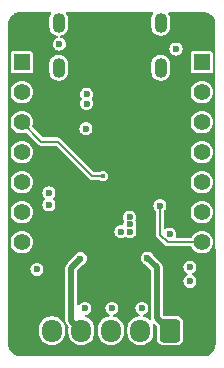
<source format=gbr>
%TF.GenerationSoftware,KiCad,Pcbnew,8.0.8*%
%TF.CreationDate,2025-03-27T14:33:37-07:00*%
%TF.ProjectId,pepper_stepper,70657070-6572-45f7-9374-65707065722e,rev?*%
%TF.SameCoordinates,Original*%
%TF.FileFunction,Copper,L2,Inr*%
%TF.FilePolarity,Positive*%
%FSLAX46Y46*%
G04 Gerber Fmt 4.6, Leading zero omitted, Abs format (unit mm)*
G04 Created by KiCad (PCBNEW 8.0.8) date 2025-03-27 14:33:37*
%MOMM*%
%LPD*%
G01*
G04 APERTURE LIST*
G04 Aperture macros list*
%AMRoundRect*
0 Rectangle with rounded corners*
0 $1 Rounding radius*
0 $2 $3 $4 $5 $6 $7 $8 $9 X,Y pos of 4 corners*
0 Add a 4 corners polygon primitive as box body*
4,1,4,$2,$3,$4,$5,$6,$7,$8,$9,$2,$3,0*
0 Add four circle primitives for the rounded corners*
1,1,$1+$1,$2,$3*
1,1,$1+$1,$4,$5*
1,1,$1+$1,$6,$7*
1,1,$1+$1,$8,$9*
0 Add four rect primitives between the rounded corners*
20,1,$1+$1,$2,$3,$4,$5,0*
20,1,$1+$1,$4,$5,$6,$7,0*
20,1,$1+$1,$6,$7,$8,$9,0*
20,1,$1+$1,$8,$9,$2,$3,0*%
G04 Aperture macros list end*
%TA.AperFunction,ComponentPad*%
%ADD10R,1.400000X1.400000*%
%TD*%
%TA.AperFunction,ComponentPad*%
%ADD11C,1.400000*%
%TD*%
%TA.AperFunction,ComponentPad*%
%ADD12RoundRect,0.250000X0.600000X0.725000X-0.600000X0.725000X-0.600000X-0.725000X0.600000X-0.725000X0*%
%TD*%
%TA.AperFunction,ComponentPad*%
%ADD13O,1.700000X1.950000*%
%TD*%
%TA.AperFunction,ComponentPad*%
%ADD14O,1.100000X1.700000*%
%TD*%
%TA.AperFunction,ViaPad*%
%ADD15C,0.600000*%
%TD*%
%TA.AperFunction,ViaPad*%
%ADD16C,0.400000*%
%TD*%
%TA.AperFunction,Conductor*%
%ADD17C,0.200000*%
%TD*%
%TA.AperFunction,Conductor*%
%ADD18C,0.500000*%
%TD*%
G04 APERTURE END LIST*
D10*
%TO.N,unconnected-(H1-Pad1)*%
%TO.C,H1*%
X101600000Y-43180000D03*
D11*
%TO.N,/INDEX*%
X101600000Y-45720000D03*
%TO.N,/DIAG*%
X101600000Y-48260000D03*
%TO.N,unconnected-(H1-Pad4)*%
X101600000Y-50800000D03*
%TO.N,/SDA*%
X101600000Y-53340000D03*
%TO.N,/SCL*%
X101600000Y-55880000D03*
%TO.N,Net-(H1-Pad7)*%
X101600000Y-58420000D03*
%TD*%
D12*
%TO.N,/A2*%
%TO.C,J1*%
X114140000Y-65913000D03*
D13*
%TO.N,/A1*%
X111640000Y-65913000D03*
%TO.N,/B1*%
X109140000Y-65913000D03*
%TO.N,/B2*%
X106640000Y-65913000D03*
%TO.N,unconnected-(J1-Pin_5-Pad5)*%
X104140000Y-65913000D03*
%TD*%
D10*
%TO.N,+5V*%
%TO.C,H2*%
X116840000Y-43180000D03*
D11*
%TO.N,GND*%
X116840000Y-45720000D03*
%TO.N,+3V3*%
X116840000Y-48260000D03*
%TO.N,/1-WIRE*%
X116840000Y-50800000D03*
%TO.N,/TACH*%
X116840000Y-53340000D03*
%TO.N,/PWM*%
X116840000Y-55880000D03*
%TO.N,/UART*%
X116840000Y-58420000D03*
%TD*%
D14*
%TO.N,GND*%
%TO.C,USB1*%
X113355200Y-43641018D03*
X113355200Y-39831018D03*
X104715200Y-43641018D03*
X104715200Y-39831018D03*
%TD*%
D15*
%TO.N,+3V3*%
X103886824Y-54248218D03*
X104775000Y-41644818D03*
X115824000Y-61722000D03*
X114104069Y-57737093D03*
X115824000Y-60532218D03*
%TO.N,VM*%
X112161695Y-61366995D03*
X109247000Y-53486218D03*
X116272238Y-65024000D03*
X102603000Y-65024000D03*
X115062000Y-54356000D03*
X106022800Y-49899818D03*
X106022800Y-47867818D03*
X105410000Y-51677818D03*
X106781600Y-49631018D03*
X112014000Y-53656682D03*
X106541000Y-61117018D03*
X106781600Y-50281018D03*
%TO.N,/SCL*%
X107086400Y-46686621D03*
%TO.N,/INDEX*%
X107022800Y-48809235D03*
D16*
%TO.N,/DIAG*%
X108458000Y-52821216D03*
D15*
%TO.N,/SDA*%
X107086400Y-45886618D03*
%TO.N,/1-WIRE*%
X114645422Y-42072578D03*
%TO.N,/UART*%
X113283980Y-55324001D03*
X102870000Y-60706000D03*
%TO.N,/A2*%
X112228599Y-59755781D03*
%TO.N,/B2*%
X106548602Y-59805818D03*
%TO.N,GND*%
X106934000Y-64008000D03*
X110744000Y-57519818D03*
X103886000Y-55264218D03*
X111760000Y-64008000D03*
X109220000Y-64008000D03*
X110728925Y-56285195D03*
X109982000Y-57519818D03*
X110744000Y-56896000D03*
%TD*%
D17*
%TO.N,/DIAG*%
X107569398Y-52821216D02*
X104648000Y-49899818D01*
X103239818Y-49899818D02*
X101600000Y-48260000D01*
X108458000Y-52821216D02*
X107569398Y-52821216D01*
X104648000Y-49899818D02*
X103239818Y-49899818D01*
%TO.N,/UART*%
X113930182Y-58420000D02*
X116840000Y-58420000D01*
X113283980Y-57773798D02*
X113930182Y-58420000D01*
X113283980Y-55324001D02*
X113283980Y-57773798D01*
D18*
%TO.N,/A2*%
X112228599Y-59755781D02*
X113030000Y-60557182D01*
X113030000Y-64803000D02*
X114140000Y-65913000D01*
X113030000Y-60557182D02*
X113030000Y-64803000D01*
%TO.N,/B2*%
X105791000Y-60563420D02*
X105791000Y-65064000D01*
X105791000Y-65064000D02*
X106640000Y-65913000D01*
X106548602Y-59805818D02*
X105791000Y-60563420D01*
%TD*%
%TA.AperFunction,Conductor*%
%TO.N,VM*%
G36*
X104036276Y-38935038D02*
G01*
X104072240Y-38984538D01*
X104072240Y-39045724D01*
X104060400Y-39070133D01*
X104005809Y-39151831D01*
X104005803Y-39151843D01*
X103945463Y-39297519D01*
X103945463Y-39297521D01*
X103914700Y-39452173D01*
X103914700Y-40209862D01*
X103945463Y-40364514D01*
X103945463Y-40364516D01*
X104005803Y-40510192D01*
X104005809Y-40510203D01*
X104058512Y-40589077D01*
X104093411Y-40641307D01*
X104204911Y-40752807D01*
X104283076Y-40805035D01*
X104336014Y-40840408D01*
X104336025Y-40840414D01*
X104389838Y-40862703D01*
X104481703Y-40900755D01*
X104601483Y-40924581D01*
X104654866Y-40954477D01*
X104680482Y-41010042D01*
X104668545Y-41070051D01*
X104623616Y-41111584D01*
X104620054Y-41113142D01*
X104497375Y-41163956D01*
X104497374Y-41163957D01*
X104382381Y-41252195D01*
X104382377Y-41252199D01*
X104294139Y-41367192D01*
X104294137Y-41367196D01*
X104238670Y-41501108D01*
X104238669Y-41501109D01*
X104219750Y-41644817D01*
X104219750Y-41644818D01*
X104238669Y-41788526D01*
X104238670Y-41788527D01*
X104294139Y-41922443D01*
X104382379Y-42037439D01*
X104497375Y-42125679D01*
X104631291Y-42181148D01*
X104775000Y-42200068D01*
X104918709Y-42181148D01*
X105052625Y-42125679D01*
X105121829Y-42072577D01*
X114090172Y-42072577D01*
X114090172Y-42072578D01*
X114109091Y-42216286D01*
X114109092Y-42216287D01*
X114143517Y-42299399D01*
X114164561Y-42350203D01*
X114252801Y-42465199D01*
X114367797Y-42553439D01*
X114501713Y-42608908D01*
X114645422Y-42627828D01*
X114789131Y-42608908D01*
X114923047Y-42553439D01*
X115038043Y-42465199D01*
X115045618Y-42455327D01*
X115889500Y-42455327D01*
X115889500Y-43904672D01*
X115889501Y-43904684D01*
X115904033Y-43977736D01*
X115904035Y-43977742D01*
X115959397Y-44060599D01*
X115959399Y-44060601D01*
X116042260Y-44115966D01*
X116097808Y-44127015D01*
X116115315Y-44130498D01*
X116115320Y-44130498D01*
X116115326Y-44130500D01*
X116115327Y-44130500D01*
X117564673Y-44130500D01*
X117564674Y-44130500D01*
X117637740Y-44115966D01*
X117720601Y-44060601D01*
X117775966Y-43977740D01*
X117790500Y-43904674D01*
X117790500Y-42455326D01*
X117775966Y-42382260D01*
X117720601Y-42299399D01*
X117720599Y-42299397D01*
X117637742Y-42244035D01*
X117637740Y-42244034D01*
X117637737Y-42244033D01*
X117637736Y-42244033D01*
X117564684Y-42229501D01*
X117564674Y-42229500D01*
X116115326Y-42229500D01*
X116115325Y-42229500D01*
X116115315Y-42229501D01*
X116042263Y-42244033D01*
X116042257Y-42244035D01*
X115959400Y-42299397D01*
X115959397Y-42299400D01*
X115904035Y-42382257D01*
X115904033Y-42382263D01*
X115889501Y-42455315D01*
X115889500Y-42455327D01*
X115045618Y-42455327D01*
X115126283Y-42350203D01*
X115181752Y-42216287D01*
X115200672Y-42072578D01*
X115181752Y-41928869D01*
X115126283Y-41794953D01*
X115038043Y-41679957D01*
X114923047Y-41591717D01*
X114923043Y-41591715D01*
X114789131Y-41536248D01*
X114789130Y-41536247D01*
X114645422Y-41517328D01*
X114501713Y-41536247D01*
X114501712Y-41536248D01*
X114367800Y-41591715D01*
X114367796Y-41591717D01*
X114252803Y-41679955D01*
X114252799Y-41679959D01*
X114164561Y-41794952D01*
X114164559Y-41794956D01*
X114109092Y-41928868D01*
X114109091Y-41928869D01*
X114090172Y-42072577D01*
X105121829Y-42072577D01*
X105167621Y-42037439D01*
X105255861Y-41922443D01*
X105311330Y-41788527D01*
X105330250Y-41644818D01*
X105311330Y-41501109D01*
X105255861Y-41367193D01*
X105167621Y-41252197D01*
X105052625Y-41163957D01*
X105052623Y-41163956D01*
X105052621Y-41163955D01*
X104918709Y-41108488D01*
X104918710Y-41108488D01*
X104902836Y-41106398D01*
X104847612Y-41080054D01*
X104818419Y-41026283D01*
X104826408Y-40965621D01*
X104868527Y-40921240D01*
X104896443Y-40911148D01*
X104948697Y-40900755D01*
X105094379Y-40840412D01*
X105225489Y-40752807D01*
X105336989Y-40641307D01*
X105424594Y-40510197D01*
X105484937Y-40364515D01*
X105515700Y-40209860D01*
X105515700Y-39452176D01*
X105484937Y-39297521D01*
X105428681Y-39161706D01*
X105424596Y-39151843D01*
X105424590Y-39151831D01*
X105370000Y-39070133D01*
X105353391Y-39011245D01*
X105374568Y-38953841D01*
X105425442Y-38919848D01*
X105452315Y-38916131D01*
X112618085Y-38916131D01*
X112676276Y-38935038D01*
X112712240Y-38984538D01*
X112712240Y-39045724D01*
X112700400Y-39070133D01*
X112645809Y-39151831D01*
X112645803Y-39151843D01*
X112585463Y-39297519D01*
X112585463Y-39297521D01*
X112554700Y-39452173D01*
X112554700Y-40209862D01*
X112585463Y-40364514D01*
X112585463Y-40364516D01*
X112645803Y-40510192D01*
X112645809Y-40510203D01*
X112698512Y-40589077D01*
X112733411Y-40641307D01*
X112844911Y-40752807D01*
X112923076Y-40805035D01*
X112976014Y-40840408D01*
X112976025Y-40840414D01*
X113029838Y-40862703D01*
X113121703Y-40900755D01*
X113276358Y-40931518D01*
X113276359Y-40931518D01*
X113434041Y-40931518D01*
X113434042Y-40931518D01*
X113588697Y-40900755D01*
X113734379Y-40840412D01*
X113865489Y-40752807D01*
X113976989Y-40641307D01*
X114064594Y-40510197D01*
X114124937Y-40364515D01*
X114155700Y-40209860D01*
X114155700Y-39452176D01*
X114124937Y-39297521D01*
X114068681Y-39161706D01*
X114064596Y-39151843D01*
X114064590Y-39151831D01*
X114010000Y-39070133D01*
X113993391Y-39011245D01*
X114014568Y-38953841D01*
X114065442Y-38919848D01*
X114092315Y-38916131D01*
X116901108Y-38916131D01*
X116962681Y-38916131D01*
X116971309Y-38916508D01*
X117136101Y-38930925D01*
X117153081Y-38933918D01*
X117308691Y-38975615D01*
X117324898Y-38981514D01*
X117408994Y-39020729D01*
X117470892Y-39049593D01*
X117485830Y-39058217D01*
X117617792Y-39150620D01*
X117631002Y-39161705D01*
X117744908Y-39275614D01*
X117755997Y-39288830D01*
X117848389Y-39420785D01*
X117857017Y-39435729D01*
X117925091Y-39581718D01*
X117930993Y-39597935D01*
X117972681Y-39753529D01*
X117975677Y-39770524D01*
X117990122Y-39935672D01*
X117990499Y-39944299D01*
X117990498Y-40011659D01*
X117990513Y-40011898D01*
X117991621Y-45700117D01*
X117985761Y-45718161D01*
X117991629Y-45739766D01*
X117992117Y-48245152D01*
X117987743Y-48258622D01*
X117992123Y-48274750D01*
X117992613Y-50790187D01*
X117989724Y-50799083D01*
X117992617Y-50809735D01*
X117995781Y-67046380D01*
X117995404Y-67055029D01*
X117980905Y-67220730D01*
X117977908Y-67237724D01*
X117935978Y-67394205D01*
X117930076Y-67410421D01*
X117861609Y-67557245D01*
X117852980Y-67572190D01*
X117760053Y-67704900D01*
X117748961Y-67718119D01*
X117634408Y-67832671D01*
X117621189Y-67843763D01*
X117488481Y-67936686D01*
X117473541Y-67945312D01*
X117326712Y-68013779D01*
X117310500Y-68019680D01*
X117154007Y-68061612D01*
X117137012Y-68064608D01*
X116971100Y-68079123D01*
X116962472Y-68079500D01*
X101571639Y-68079500D01*
X101546018Y-68076127D01*
X101538894Y-68074218D01*
X101538892Y-68074218D01*
X101477319Y-68074218D01*
X101468691Y-68073841D01*
X101303901Y-68059424D01*
X101286906Y-68056428D01*
X101131303Y-68014734D01*
X101115090Y-68008833D01*
X100969092Y-67940754D01*
X100954148Y-67932126D01*
X100822193Y-67839731D01*
X100808978Y-67828643D01*
X100695069Y-67714735D01*
X100683979Y-67701517D01*
X100591578Y-67569558D01*
X100582949Y-67554613D01*
X100532549Y-67446532D01*
X100514867Y-67408614D01*
X100508970Y-67392412D01*
X100467274Y-67236809D01*
X100464278Y-67219815D01*
X100461123Y-67183762D01*
X100449877Y-67055225D01*
X100449500Y-67046596D01*
X100449500Y-65701385D01*
X103039500Y-65701385D01*
X103039500Y-66124614D01*
X103066597Y-66295702D01*
X103066598Y-66295706D01*
X103120123Y-66460438D01*
X103120125Y-66460441D01*
X103120126Y-66460444D01*
X103120127Y-66460445D01*
X103198768Y-66614788D01*
X103300586Y-66754928D01*
X103423072Y-66877414D01*
X103563212Y-66979232D01*
X103717555Y-67057873D01*
X103717557Y-67057873D01*
X103717558Y-67057874D01*
X103717561Y-67057876D01*
X103882293Y-67111401D01*
X103882297Y-67111402D01*
X104053386Y-67138500D01*
X104053389Y-67138500D01*
X104226614Y-67138500D01*
X104397702Y-67111402D01*
X104397706Y-67111401D01*
X104562438Y-67057876D01*
X104562440Y-67057874D01*
X104562445Y-67057873D01*
X104716788Y-66979232D01*
X104856928Y-66877414D01*
X104979414Y-66754928D01*
X105081232Y-66614788D01*
X105159873Y-66460445D01*
X105159874Y-66460440D01*
X105159876Y-66460438D01*
X105213401Y-66295706D01*
X105213402Y-66295702D01*
X105240500Y-66124614D01*
X105240500Y-65701385D01*
X105213402Y-65530297D01*
X105213401Y-65530293D01*
X105158672Y-65361856D01*
X105160276Y-65361334D01*
X105159480Y-65351298D01*
X105140947Y-65328411D01*
X105081232Y-65211212D01*
X104979414Y-65071072D01*
X104856928Y-64948586D01*
X104716788Y-64846768D01*
X104716787Y-64846767D01*
X104716785Y-64846766D01*
X104562441Y-64768125D01*
X104562438Y-64768123D01*
X104397706Y-64714598D01*
X104397702Y-64714597D01*
X104226614Y-64687500D01*
X104226611Y-64687500D01*
X104053389Y-64687500D01*
X104053386Y-64687500D01*
X103882297Y-64714597D01*
X103882293Y-64714598D01*
X103717561Y-64768123D01*
X103717558Y-64768125D01*
X103563214Y-64846766D01*
X103423073Y-64948585D01*
X103300585Y-65071073D01*
X103198766Y-65211214D01*
X103120125Y-65365558D01*
X103120123Y-65365561D01*
X103066598Y-65530293D01*
X103066597Y-65530297D01*
X103039500Y-65701385D01*
X100449500Y-65701385D01*
X100449500Y-60705999D01*
X102314750Y-60705999D01*
X102314750Y-60706000D01*
X102333669Y-60849708D01*
X102333670Y-60849709D01*
X102389139Y-60983625D01*
X102477379Y-61098621D01*
X102592375Y-61186861D01*
X102726291Y-61242330D01*
X102870000Y-61261250D01*
X103013709Y-61242330D01*
X103147625Y-61186861D01*
X103262621Y-61098621D01*
X103350861Y-60983625D01*
X103406330Y-60849709D01*
X103425250Y-60706000D01*
X103406330Y-60562291D01*
X103379505Y-60497528D01*
X105290500Y-60497528D01*
X105290500Y-64998108D01*
X105290500Y-65129892D01*
X105312290Y-65211213D01*
X105324784Y-65257843D01*
X105324338Y-65266343D01*
X105337965Y-65280323D01*
X105390498Y-65371312D01*
X105390500Y-65371314D01*
X105528589Y-65509404D01*
X105556366Y-65563920D01*
X105556366Y-65594893D01*
X105539500Y-65701384D01*
X105539500Y-66124614D01*
X105566597Y-66295702D01*
X105566598Y-66295706D01*
X105620123Y-66460438D01*
X105620125Y-66460441D01*
X105620126Y-66460444D01*
X105620127Y-66460445D01*
X105698768Y-66614788D01*
X105800586Y-66754928D01*
X105923072Y-66877414D01*
X106063212Y-66979232D01*
X106217555Y-67057873D01*
X106217557Y-67057873D01*
X106217558Y-67057874D01*
X106217561Y-67057876D01*
X106382293Y-67111401D01*
X106382297Y-67111402D01*
X106553386Y-67138500D01*
X106553389Y-67138500D01*
X106726614Y-67138500D01*
X106897702Y-67111402D01*
X106897706Y-67111401D01*
X107062438Y-67057876D01*
X107062440Y-67057874D01*
X107062445Y-67057873D01*
X107216788Y-66979232D01*
X107356928Y-66877414D01*
X107479414Y-66754928D01*
X107581232Y-66614788D01*
X107659873Y-66460445D01*
X107659874Y-66460440D01*
X107659876Y-66460438D01*
X107713401Y-66295706D01*
X107713402Y-66295702D01*
X107740500Y-66124614D01*
X107740500Y-65701385D01*
X108039500Y-65701385D01*
X108039500Y-66124614D01*
X108066597Y-66295702D01*
X108066598Y-66295706D01*
X108120123Y-66460438D01*
X108120125Y-66460441D01*
X108120126Y-66460444D01*
X108120127Y-66460445D01*
X108198768Y-66614788D01*
X108300586Y-66754928D01*
X108423072Y-66877414D01*
X108563212Y-66979232D01*
X108717555Y-67057873D01*
X108717557Y-67057873D01*
X108717558Y-67057874D01*
X108717561Y-67057876D01*
X108882293Y-67111401D01*
X108882297Y-67111402D01*
X109053386Y-67138500D01*
X109053389Y-67138500D01*
X109226614Y-67138500D01*
X109397702Y-67111402D01*
X109397706Y-67111401D01*
X109562438Y-67057876D01*
X109562440Y-67057874D01*
X109562445Y-67057873D01*
X109716788Y-66979232D01*
X109856928Y-66877414D01*
X109979414Y-66754928D01*
X110081232Y-66614788D01*
X110159873Y-66460445D01*
X110159874Y-66460440D01*
X110159876Y-66460438D01*
X110213401Y-66295706D01*
X110213402Y-66295702D01*
X110240500Y-66124614D01*
X110240500Y-65701385D01*
X110539500Y-65701385D01*
X110539500Y-66124614D01*
X110566597Y-66295702D01*
X110566598Y-66295706D01*
X110620123Y-66460438D01*
X110620125Y-66460441D01*
X110620126Y-66460444D01*
X110620127Y-66460445D01*
X110698768Y-66614788D01*
X110800586Y-66754928D01*
X110923072Y-66877414D01*
X111063212Y-66979232D01*
X111217555Y-67057873D01*
X111217557Y-67057873D01*
X111217558Y-67057874D01*
X111217561Y-67057876D01*
X111382293Y-67111401D01*
X111382297Y-67111402D01*
X111553386Y-67138500D01*
X111553389Y-67138500D01*
X111726614Y-67138500D01*
X111897702Y-67111402D01*
X111897706Y-67111401D01*
X112062438Y-67057876D01*
X112062440Y-67057874D01*
X112062445Y-67057873D01*
X112216788Y-66979232D01*
X112356928Y-66877414D01*
X112479414Y-66754928D01*
X112581232Y-66614788D01*
X112659873Y-66460445D01*
X112659874Y-66460440D01*
X112659876Y-66460438D01*
X112713401Y-66295706D01*
X112713402Y-66295702D01*
X112740500Y-66124614D01*
X112740500Y-65701385D01*
X112713402Y-65530297D01*
X112713401Y-65530293D01*
X112679072Y-65424640D01*
X112679071Y-65363455D01*
X112715035Y-65313955D01*
X112773226Y-65295047D01*
X112831416Y-65313954D01*
X112843223Y-65324037D01*
X113010505Y-65491319D01*
X113038281Y-65545834D01*
X113039500Y-65561321D01*
X113039500Y-66685866D01*
X113039501Y-66685870D01*
X113045908Y-66745480D01*
X113045909Y-66745485D01*
X113096202Y-66880329D01*
X113174433Y-66984832D01*
X113182454Y-66995546D01*
X113182457Y-66995548D01*
X113182458Y-66995549D01*
X113297670Y-67081797D01*
X113432511Y-67132089D01*
X113432512Y-67132089D01*
X113432517Y-67132091D01*
X113492127Y-67138500D01*
X114787872Y-67138499D01*
X114847483Y-67132091D01*
X114914907Y-67106943D01*
X114982329Y-67081797D01*
X114982329Y-67081796D01*
X114982331Y-67081796D01*
X115097546Y-66995546D01*
X115183796Y-66880331D01*
X115234091Y-66745483D01*
X115240500Y-66685873D01*
X115240499Y-65140128D01*
X115234091Y-65080517D01*
X115230568Y-65071072D01*
X115183797Y-64945670D01*
X115097549Y-64830458D01*
X115097548Y-64830457D01*
X115097546Y-64830454D01*
X115097541Y-64830450D01*
X114982329Y-64744202D01*
X114847488Y-64693910D01*
X114847483Y-64693909D01*
X114847481Y-64693908D01*
X114847477Y-64693908D01*
X114816249Y-64690550D01*
X114787873Y-64687500D01*
X114787870Y-64687500D01*
X113663322Y-64687500D01*
X113605131Y-64668593D01*
X113593318Y-64658504D01*
X113559496Y-64624682D01*
X113531719Y-64570165D01*
X113530500Y-64554678D01*
X113530500Y-60532217D01*
X115268750Y-60532217D01*
X115268750Y-60532218D01*
X115287669Y-60675926D01*
X115287670Y-60675927D01*
X115341341Y-60805504D01*
X115343139Y-60809843D01*
X115431379Y-60924839D01*
X115546375Y-61013079D01*
X115567129Y-61021675D01*
X115600854Y-61035645D01*
X115647380Y-61075381D01*
X115661664Y-61134876D01*
X115638249Y-61191404D01*
X115600854Y-61218573D01*
X115546378Y-61241137D01*
X115546374Y-61241139D01*
X115431381Y-61329377D01*
X115431377Y-61329381D01*
X115343139Y-61444374D01*
X115343137Y-61444378D01*
X115287670Y-61578290D01*
X115287669Y-61578291D01*
X115268750Y-61721999D01*
X115268750Y-61722000D01*
X115287669Y-61865708D01*
X115287670Y-61865709D01*
X115343139Y-61999625D01*
X115431379Y-62114621D01*
X115546375Y-62202861D01*
X115680291Y-62258330D01*
X115824000Y-62277250D01*
X115967709Y-62258330D01*
X116101625Y-62202861D01*
X116216621Y-62114621D01*
X116304861Y-61999625D01*
X116360330Y-61865709D01*
X116379250Y-61722000D01*
X116360330Y-61578291D01*
X116304861Y-61444375D01*
X116216621Y-61329379D01*
X116101625Y-61241139D01*
X116101621Y-61241137D01*
X116047145Y-61218573D01*
X116000619Y-61178837D01*
X115986335Y-61119342D01*
X116009749Y-61062814D01*
X116047145Y-61035645D01*
X116101625Y-61013079D01*
X116216621Y-60924839D01*
X116304861Y-60809843D01*
X116360330Y-60675927D01*
X116379250Y-60532218D01*
X116360330Y-60388509D01*
X116304861Y-60254593D01*
X116216621Y-60139597D01*
X116101625Y-60051357D01*
X116101621Y-60051355D01*
X115967709Y-59995888D01*
X115967708Y-59995887D01*
X115824000Y-59976968D01*
X115680291Y-59995887D01*
X115680290Y-59995888D01*
X115546378Y-60051355D01*
X115546374Y-60051357D01*
X115431381Y-60139595D01*
X115431377Y-60139599D01*
X115343139Y-60254592D01*
X115343137Y-60254596D01*
X115287670Y-60388508D01*
X115287669Y-60388509D01*
X115268750Y-60532217D01*
X113530500Y-60532217D01*
X113530500Y-60491291D01*
X113530500Y-60491290D01*
X113496392Y-60363996D01*
X113496390Y-60363993D01*
X113496390Y-60363991D01*
X113430503Y-60249872D01*
X113430499Y-60249867D01*
X113337314Y-60156681D01*
X113337314Y-60156682D01*
X112759212Y-59578580D01*
X112737754Y-59546465D01*
X112709460Y-59478156D01*
X112621220Y-59363160D01*
X112506224Y-59274920D01*
X112506220Y-59274918D01*
X112372308Y-59219451D01*
X112372307Y-59219450D01*
X112228599Y-59200531D01*
X112084890Y-59219450D01*
X112084889Y-59219451D01*
X111950977Y-59274918D01*
X111950973Y-59274920D01*
X111835980Y-59363158D01*
X111835976Y-59363162D01*
X111747738Y-59478155D01*
X111747736Y-59478159D01*
X111692269Y-59612071D01*
X111692268Y-59612072D01*
X111673349Y-59755780D01*
X111673349Y-59755781D01*
X111692268Y-59899489D01*
X111692269Y-59899490D01*
X111747738Y-60033406D01*
X111835978Y-60148402D01*
X111950974Y-60236642D01*
X112019283Y-60264936D01*
X112051398Y-60286394D01*
X112500504Y-60735500D01*
X112528281Y-60790017D01*
X112529500Y-60805504D01*
X112529500Y-64868891D01*
X112529680Y-64870259D01*
X112529500Y-64871229D01*
X112529500Y-64875381D01*
X112528730Y-64875381D01*
X112518527Y-64930420D01*
X112474143Y-64972535D01*
X112413480Y-64980518D01*
X112361524Y-64953182D01*
X112356928Y-64948586D01*
X112216788Y-64846768D01*
X112216787Y-64846767D01*
X112216785Y-64846766D01*
X112062441Y-64768125D01*
X111925922Y-64723766D01*
X111876423Y-64687802D01*
X111857516Y-64629611D01*
X111876424Y-64571421D01*
X111918627Y-64538150D01*
X112037625Y-64488861D01*
X112152621Y-64400621D01*
X112240861Y-64285625D01*
X112296330Y-64151709D01*
X112315250Y-64008000D01*
X112296330Y-63864291D01*
X112240861Y-63730375D01*
X112152621Y-63615379D01*
X112037625Y-63527139D01*
X112037621Y-63527137D01*
X111903709Y-63471670D01*
X111903708Y-63471669D01*
X111760000Y-63452750D01*
X111616291Y-63471669D01*
X111616290Y-63471670D01*
X111482378Y-63527137D01*
X111482374Y-63527139D01*
X111367381Y-63615377D01*
X111367377Y-63615381D01*
X111279139Y-63730374D01*
X111279137Y-63730378D01*
X111223670Y-63864290D01*
X111223669Y-63864291D01*
X111204750Y-64007999D01*
X111204750Y-64008000D01*
X111223669Y-64151708D01*
X111223670Y-64151709D01*
X111273686Y-64272462D01*
X111279139Y-64285625D01*
X111367379Y-64400621D01*
X111482375Y-64488861D01*
X111524619Y-64506358D01*
X111571144Y-64546093D01*
X111585428Y-64605588D01*
X111562014Y-64662116D01*
X111509846Y-64694086D01*
X111502221Y-64695603D01*
X111382296Y-64714598D01*
X111382293Y-64714598D01*
X111217561Y-64768123D01*
X111217558Y-64768125D01*
X111063214Y-64846766D01*
X110923073Y-64948585D01*
X110800585Y-65071073D01*
X110698766Y-65211214D01*
X110620125Y-65365558D01*
X110620123Y-65365561D01*
X110566598Y-65530293D01*
X110566597Y-65530297D01*
X110539500Y-65701385D01*
X110240500Y-65701385D01*
X110213402Y-65530297D01*
X110213401Y-65530293D01*
X110159876Y-65365561D01*
X110159874Y-65365558D01*
X110159873Y-65365557D01*
X110159873Y-65365555D01*
X110081232Y-65211212D01*
X109979414Y-65071072D01*
X109856928Y-64948586D01*
X109716788Y-64846768D01*
X109716787Y-64846767D01*
X109716785Y-64846766D01*
X109562441Y-64768125D01*
X109562438Y-64768123D01*
X109403507Y-64716483D01*
X109354007Y-64680519D01*
X109335100Y-64622328D01*
X109354008Y-64564138D01*
X109396212Y-64530866D01*
X109497625Y-64488861D01*
X109612621Y-64400621D01*
X109700861Y-64285625D01*
X109756330Y-64151709D01*
X109775250Y-64008000D01*
X109756330Y-63864291D01*
X109700861Y-63730375D01*
X109612621Y-63615379D01*
X109497625Y-63527139D01*
X109497621Y-63527137D01*
X109363709Y-63471670D01*
X109363708Y-63471669D01*
X109220000Y-63452750D01*
X109076291Y-63471669D01*
X109076290Y-63471670D01*
X108942378Y-63527137D01*
X108942374Y-63527139D01*
X108827381Y-63615377D01*
X108827377Y-63615381D01*
X108739139Y-63730374D01*
X108739137Y-63730378D01*
X108683670Y-63864290D01*
X108683669Y-63864291D01*
X108664750Y-64007999D01*
X108664750Y-64008000D01*
X108683669Y-64151708D01*
X108683670Y-64151709D01*
X108733686Y-64272462D01*
X108739139Y-64285625D01*
X108827379Y-64400621D01*
X108942375Y-64488861D01*
X108995684Y-64510942D01*
X109042209Y-64550676D01*
X109056493Y-64610171D01*
X109033079Y-64666699D01*
X108980911Y-64698669D01*
X108973286Y-64700186D01*
X108882296Y-64714598D01*
X108882293Y-64714598D01*
X108717561Y-64768123D01*
X108717558Y-64768125D01*
X108563214Y-64846766D01*
X108423073Y-64948585D01*
X108300585Y-65071073D01*
X108198766Y-65211214D01*
X108120125Y-65365558D01*
X108120123Y-65365561D01*
X108066598Y-65530293D01*
X108066597Y-65530297D01*
X108039500Y-65701385D01*
X107740500Y-65701385D01*
X107713402Y-65530297D01*
X107713401Y-65530293D01*
X107659876Y-65365561D01*
X107659874Y-65365558D01*
X107659873Y-65365557D01*
X107659873Y-65365555D01*
X107581232Y-65211212D01*
X107479414Y-65071072D01*
X107356928Y-64948586D01*
X107216788Y-64846768D01*
X107216787Y-64846767D01*
X107216785Y-64846766D01*
X107062441Y-64768125D01*
X107062438Y-64768123D01*
X106992783Y-64745491D01*
X106943283Y-64709527D01*
X106924376Y-64651336D01*
X106943284Y-64593146D01*
X106992784Y-64557182D01*
X107010449Y-64553185D01*
X107077709Y-64544330D01*
X107211625Y-64488861D01*
X107326621Y-64400621D01*
X107414861Y-64285625D01*
X107470330Y-64151709D01*
X107489250Y-64008000D01*
X107470330Y-63864291D01*
X107414861Y-63730375D01*
X107326621Y-63615379D01*
X107211625Y-63527139D01*
X107211621Y-63527137D01*
X107077709Y-63471670D01*
X107077708Y-63471669D01*
X106934000Y-63452750D01*
X106790291Y-63471669D01*
X106790290Y-63471670D01*
X106656378Y-63527137D01*
X106656374Y-63527139D01*
X106541381Y-63615377D01*
X106541377Y-63615381D01*
X106469042Y-63709650D01*
X106418617Y-63744305D01*
X106357453Y-63742703D01*
X106308911Y-63705456D01*
X106291500Y-63649382D01*
X106291500Y-60811740D01*
X106310407Y-60753549D01*
X106320490Y-60741743D01*
X106725802Y-60336430D01*
X106757914Y-60314973D01*
X106826227Y-60286679D01*
X106941223Y-60198439D01*
X107029463Y-60083443D01*
X107084932Y-59949527D01*
X107103852Y-59805818D01*
X107084932Y-59662109D01*
X107029463Y-59528193D01*
X106941223Y-59413197D01*
X106826227Y-59324957D01*
X106826223Y-59324955D01*
X106692311Y-59269488D01*
X106692310Y-59269487D01*
X106548602Y-59250568D01*
X106404893Y-59269487D01*
X106404892Y-59269488D01*
X106270980Y-59324955D01*
X106270976Y-59324957D01*
X106155983Y-59413195D01*
X106155979Y-59413199D01*
X106067740Y-59528194D01*
X106039447Y-59596499D01*
X106017987Y-59628616D01*
X105483686Y-60162919D01*
X105390500Y-60256105D01*
X105390496Y-60256110D01*
X105324609Y-60370229D01*
X105305539Y-60441398D01*
X105290500Y-60497528D01*
X103379505Y-60497528D01*
X103350861Y-60428375D01*
X103262621Y-60313379D01*
X103147625Y-60225139D01*
X103147621Y-60225137D01*
X103013709Y-60169670D01*
X103013708Y-60169669D01*
X102870000Y-60150750D01*
X102726291Y-60169669D01*
X102726290Y-60169670D01*
X102592378Y-60225137D01*
X102592374Y-60225139D01*
X102477381Y-60313377D01*
X102477377Y-60313381D01*
X102389139Y-60428374D01*
X102389137Y-60428378D01*
X102333670Y-60562290D01*
X102333669Y-60562291D01*
X102314750Y-60705999D01*
X100449500Y-60705999D01*
X100449500Y-58451252D01*
X100458744Y-58422800D01*
X100457574Y-58418489D01*
X100638258Y-58418489D01*
X100647023Y-58441549D01*
X100663251Y-58606325D01*
X100663252Y-58606328D01*
X100663253Y-58606331D01*
X100713053Y-58770500D01*
X100717605Y-58785504D01*
X100717606Y-58785506D01*
X100805859Y-58950617D01*
X100805862Y-58950622D01*
X100805864Y-58950625D01*
X100855395Y-59010978D01*
X100924638Y-59095352D01*
X100924647Y-59095361D01*
X100992145Y-59150755D01*
X101069375Y-59214136D01*
X101069380Y-59214138D01*
X101069382Y-59214140D01*
X101234493Y-59302393D01*
X101234499Y-59302396D01*
X101413669Y-59356747D01*
X101413671Y-59356747D01*
X101413674Y-59356748D01*
X101599996Y-59375099D01*
X101600000Y-59375099D01*
X101600004Y-59375099D01*
X101786325Y-59356748D01*
X101786326Y-59356747D01*
X101786331Y-59356747D01*
X101965501Y-59302396D01*
X102130625Y-59214136D01*
X102275357Y-59095357D01*
X102394136Y-58950625D01*
X102482396Y-58785501D01*
X102536747Y-58606331D01*
X102554824Y-58422800D01*
X102555099Y-58420004D01*
X102555099Y-58419995D01*
X102536748Y-58233674D01*
X102536747Y-58233671D01*
X102536747Y-58233669D01*
X102482396Y-58054499D01*
X102480308Y-58050593D01*
X102394140Y-57889382D01*
X102394138Y-57889380D01*
X102394136Y-57889375D01*
X102318686Y-57797439D01*
X102275361Y-57744647D01*
X102275352Y-57744638D01*
X102176516Y-57663526D01*
X102130625Y-57625864D01*
X102130622Y-57625862D01*
X102130617Y-57625859D01*
X101965506Y-57537606D01*
X101965504Y-57537605D01*
X101906865Y-57519817D01*
X109426750Y-57519817D01*
X109426750Y-57519818D01*
X109445669Y-57663526D01*
X109445670Y-57663527D01*
X109479270Y-57744647D01*
X109501139Y-57797443D01*
X109589379Y-57912439D01*
X109704375Y-58000679D01*
X109838291Y-58056148D01*
X109982000Y-58075068D01*
X110125709Y-58056148D01*
X110259625Y-58000679D01*
X110274834Y-57989009D01*
X110302732Y-57967602D01*
X110360408Y-57947177D01*
X110419074Y-57964554D01*
X110423268Y-57967602D01*
X110466369Y-58000675D01*
X110466371Y-58000676D01*
X110466375Y-58000679D01*
X110600291Y-58056148D01*
X110744000Y-58075068D01*
X110887709Y-58056148D01*
X111021625Y-58000679D01*
X111136621Y-57912439D01*
X111224861Y-57797443D01*
X111280330Y-57663527D01*
X111299250Y-57519818D01*
X111291304Y-57459467D01*
X111280330Y-57376109D01*
X111249478Y-57301625D01*
X111226353Y-57245794D01*
X111221553Y-57184797D01*
X111226353Y-57170024D01*
X111244093Y-57127195D01*
X111280330Y-57039709D01*
X111299250Y-56896000D01*
X111280330Y-56752291D01*
X111224861Y-56618375D01*
X111222378Y-56612380D01*
X111224786Y-56611382D01*
X111214373Y-56562398D01*
X111221365Y-56534864D01*
X111265255Y-56428904D01*
X111284175Y-56285195D01*
X111278949Y-56245504D01*
X111265255Y-56141486D01*
X111209786Y-56007570D01*
X111121546Y-55892574D01*
X111006550Y-55804334D01*
X111006546Y-55804332D01*
X110872634Y-55748865D01*
X110872633Y-55748864D01*
X110728925Y-55729945D01*
X110585216Y-55748864D01*
X110585215Y-55748865D01*
X110451303Y-55804332D01*
X110451299Y-55804334D01*
X110336306Y-55892572D01*
X110336302Y-55892576D01*
X110248064Y-56007569D01*
X110248062Y-56007573D01*
X110192595Y-56141485D01*
X110192594Y-56141486D01*
X110173675Y-56285194D01*
X110173675Y-56285195D01*
X110192594Y-56428903D01*
X110192595Y-56428904D01*
X110250547Y-56568815D01*
X110248141Y-56569811D01*
X110258549Y-56618814D01*
X110251558Y-56646333D01*
X110207671Y-56752290D01*
X110207669Y-56752294D01*
X110189276Y-56892003D01*
X110162935Y-56947227D01*
X110109164Y-56976422D01*
X110078201Y-56977233D01*
X109982001Y-56964568D01*
X109982000Y-56964568D01*
X109838291Y-56983487D01*
X109838290Y-56983488D01*
X109704378Y-57038955D01*
X109704374Y-57038957D01*
X109589381Y-57127195D01*
X109589377Y-57127199D01*
X109501139Y-57242192D01*
X109501137Y-57242196D01*
X109445670Y-57376108D01*
X109445669Y-57376109D01*
X109426750Y-57519817D01*
X101906865Y-57519817D01*
X101786331Y-57483253D01*
X101786328Y-57483252D01*
X101786325Y-57483251D01*
X101600004Y-57464901D01*
X101599996Y-57464901D01*
X101413674Y-57483251D01*
X101413671Y-57483252D01*
X101234495Y-57537605D01*
X101234493Y-57537606D01*
X101069382Y-57625859D01*
X101069376Y-57625863D01*
X100924647Y-57744638D01*
X100924638Y-57744647D01*
X100805863Y-57889376D01*
X100805859Y-57889382D01*
X100717606Y-58054493D01*
X100717605Y-58054495D01*
X100663252Y-58233671D01*
X100663251Y-58233673D01*
X100647023Y-58398451D01*
X100638258Y-58418489D01*
X100457574Y-58418489D01*
X100449500Y-58388747D01*
X100449500Y-55911252D01*
X100458744Y-55882800D01*
X100457574Y-55878489D01*
X100638258Y-55878489D01*
X100647023Y-55901549D01*
X100663251Y-56066325D01*
X100663252Y-56066328D01*
X100717605Y-56245504D01*
X100717606Y-56245506D01*
X100805859Y-56410617D01*
X100805862Y-56410622D01*
X100805864Y-56410625D01*
X100855395Y-56470978D01*
X100924638Y-56555352D01*
X100924647Y-56555361D01*
X100979552Y-56600420D01*
X101069375Y-56674136D01*
X101069380Y-56674138D01*
X101069382Y-56674140D01*
X101215599Y-56752294D01*
X101234499Y-56762396D01*
X101413669Y-56816747D01*
X101413671Y-56816747D01*
X101413674Y-56816748D01*
X101599996Y-56835099D01*
X101600000Y-56835099D01*
X101600004Y-56835099D01*
X101786325Y-56816748D01*
X101786326Y-56816747D01*
X101786331Y-56816747D01*
X101965501Y-56762396D01*
X102130625Y-56674136D01*
X102275357Y-56555357D01*
X102394136Y-56410625D01*
X102482396Y-56245501D01*
X102536747Y-56066331D01*
X102542535Y-56007573D01*
X102555099Y-55880004D01*
X102555099Y-55879995D01*
X102536748Y-55693674D01*
X102536747Y-55693671D01*
X102536747Y-55693669D01*
X102482396Y-55514499D01*
X102457387Y-55467710D01*
X102394140Y-55349382D01*
X102394138Y-55349380D01*
X102394136Y-55349375D01*
X102324248Y-55264217D01*
X103330750Y-55264217D01*
X103330750Y-55264218D01*
X103349669Y-55407926D01*
X103349670Y-55407927D01*
X103374432Y-55467710D01*
X103405139Y-55541843D01*
X103493379Y-55656839D01*
X103608375Y-55745079D01*
X103742291Y-55800548D01*
X103886000Y-55819468D01*
X104029709Y-55800548D01*
X104163625Y-55745079D01*
X104278621Y-55656839D01*
X104366861Y-55541843D01*
X104422330Y-55407927D01*
X104433379Y-55324000D01*
X112728730Y-55324000D01*
X112728730Y-55324001D01*
X112747649Y-55467709D01*
X112747650Y-55467710D01*
X112803119Y-55601626D01*
X112803121Y-55601629D01*
X112803122Y-55601630D01*
X112891355Y-55716618D01*
X112891357Y-55716619D01*
X112891359Y-55716622D01*
X112894743Y-55719218D01*
X112929401Y-55769639D01*
X112933480Y-55797763D01*
X112933480Y-57819942D01*
X112957366Y-57909086D01*
X113003510Y-57989010D01*
X113714970Y-58700470D01*
X113794894Y-58746614D01*
X113884038Y-58770500D01*
X113884039Y-58770500D01*
X113976326Y-58770500D01*
X115890247Y-58770500D01*
X115948438Y-58789407D01*
X115977557Y-58822832D01*
X116045859Y-58950617D01*
X116045862Y-58950622D01*
X116045864Y-58950625D01*
X116095395Y-59010978D01*
X116164638Y-59095352D01*
X116164647Y-59095361D01*
X116232145Y-59150755D01*
X116309375Y-59214136D01*
X116309380Y-59214138D01*
X116309382Y-59214140D01*
X116474493Y-59302393D01*
X116474499Y-59302396D01*
X116653669Y-59356747D01*
X116653671Y-59356747D01*
X116653674Y-59356748D01*
X116839996Y-59375099D01*
X116840000Y-59375099D01*
X116840004Y-59375099D01*
X117026325Y-59356748D01*
X117026326Y-59356747D01*
X117026331Y-59356747D01*
X117205501Y-59302396D01*
X117370625Y-59214136D01*
X117515357Y-59095357D01*
X117634136Y-58950625D01*
X117722396Y-58785501D01*
X117776747Y-58606331D01*
X117794824Y-58422800D01*
X117795099Y-58420004D01*
X117795099Y-58419995D01*
X117776748Y-58233674D01*
X117776747Y-58233671D01*
X117776747Y-58233669D01*
X117722396Y-58054499D01*
X117720308Y-58050593D01*
X117634140Y-57889382D01*
X117634138Y-57889380D01*
X117634136Y-57889375D01*
X117558686Y-57797439D01*
X117515361Y-57744647D01*
X117515352Y-57744638D01*
X117416516Y-57663526D01*
X117370625Y-57625864D01*
X117370622Y-57625862D01*
X117370617Y-57625859D01*
X117205506Y-57537606D01*
X117205504Y-57537605D01*
X117146865Y-57519817D01*
X117026331Y-57483253D01*
X117026328Y-57483252D01*
X117026325Y-57483251D01*
X116840004Y-57464901D01*
X116839996Y-57464901D01*
X116653674Y-57483251D01*
X116653671Y-57483252D01*
X116474495Y-57537605D01*
X116474493Y-57537606D01*
X116309382Y-57625859D01*
X116309376Y-57625863D01*
X116164647Y-57744638D01*
X116164638Y-57744647D01*
X116045863Y-57889376D01*
X116045859Y-57889382D01*
X115977557Y-58017168D01*
X115933452Y-58059575D01*
X115890247Y-58069500D01*
X114710402Y-58069500D01*
X114652211Y-58050593D01*
X114616247Y-58001093D01*
X114616247Y-57939907D01*
X114618931Y-57932629D01*
X114640399Y-57880802D01*
X114659319Y-57737093D01*
X114644674Y-57625859D01*
X114640399Y-57593384D01*
X114584930Y-57459468D01*
X114496690Y-57344472D01*
X114381694Y-57256232D01*
X114381690Y-57256230D01*
X114247778Y-57200763D01*
X114247777Y-57200762D01*
X114104069Y-57181843D01*
X113960360Y-57200762D01*
X113960359Y-57200763D01*
X113826447Y-57256230D01*
X113826439Y-57256234D01*
X113793746Y-57281321D01*
X113736070Y-57301744D01*
X113677405Y-57284366D01*
X113640158Y-57235824D01*
X113634480Y-57202778D01*
X113634480Y-55879995D01*
X115884901Y-55879995D01*
X115884901Y-55880004D01*
X115903251Y-56066325D01*
X115903252Y-56066328D01*
X115957605Y-56245504D01*
X115957606Y-56245506D01*
X116045859Y-56410617D01*
X116045862Y-56410622D01*
X116045864Y-56410625D01*
X116095395Y-56470978D01*
X116164638Y-56555352D01*
X116164647Y-56555361D01*
X116219552Y-56600420D01*
X116309375Y-56674136D01*
X116309380Y-56674138D01*
X116309382Y-56674140D01*
X116455599Y-56752294D01*
X116474499Y-56762396D01*
X116653669Y-56816747D01*
X116653671Y-56816747D01*
X116653674Y-56816748D01*
X116839996Y-56835099D01*
X116840000Y-56835099D01*
X116840004Y-56835099D01*
X117026325Y-56816748D01*
X117026326Y-56816747D01*
X117026331Y-56816747D01*
X117205501Y-56762396D01*
X117370625Y-56674136D01*
X117515357Y-56555357D01*
X117634136Y-56410625D01*
X117722396Y-56245501D01*
X117776747Y-56066331D01*
X117782535Y-56007573D01*
X117795099Y-55880004D01*
X117795099Y-55879995D01*
X117776748Y-55693674D01*
X117776747Y-55693671D01*
X117776747Y-55693669D01*
X117722396Y-55514499D01*
X117697387Y-55467710D01*
X117634140Y-55349382D01*
X117634138Y-55349380D01*
X117634136Y-55349375D01*
X117564248Y-55264217D01*
X117515361Y-55204647D01*
X117515352Y-55204638D01*
X117412840Y-55120509D01*
X117370625Y-55085864D01*
X117370622Y-55085862D01*
X117370617Y-55085859D01*
X117205506Y-54997606D01*
X117205504Y-54997605D01*
X117169199Y-54986592D01*
X117026331Y-54943253D01*
X117026328Y-54943252D01*
X117026325Y-54943251D01*
X116840004Y-54924901D01*
X116839996Y-54924901D01*
X116653674Y-54943251D01*
X116653671Y-54943252D01*
X116474495Y-54997605D01*
X116474493Y-54997606D01*
X116309382Y-55085859D01*
X116309376Y-55085863D01*
X116164647Y-55204638D01*
X116164638Y-55204647D01*
X116045863Y-55349376D01*
X116045859Y-55349382D01*
X115957606Y-55514493D01*
X115957605Y-55514495D01*
X115903252Y-55693671D01*
X115903251Y-55693674D01*
X115884901Y-55879995D01*
X113634480Y-55879995D01*
X113634480Y-55797763D01*
X113653387Y-55739572D01*
X113673214Y-55719220D01*
X113676601Y-55716622D01*
X113764841Y-55601626D01*
X113820310Y-55467710D01*
X113839230Y-55324001D01*
X113820310Y-55180292D01*
X113764841Y-55046376D01*
X113676601Y-54931380D01*
X113561605Y-54843140D01*
X113561601Y-54843138D01*
X113427689Y-54787671D01*
X113427688Y-54787670D01*
X113283980Y-54768751D01*
X113140271Y-54787670D01*
X113140270Y-54787671D01*
X113006358Y-54843138D01*
X113006354Y-54843140D01*
X112891361Y-54931378D01*
X112891357Y-54931382D01*
X112803119Y-55046375D01*
X112803117Y-55046379D01*
X112747650Y-55180291D01*
X112747649Y-55180292D01*
X112728730Y-55324000D01*
X104433379Y-55324000D01*
X104441250Y-55264218D01*
X104422330Y-55120509D01*
X104366861Y-54986593D01*
X104278621Y-54871597D01*
X104278616Y-54871593D01*
X104278614Y-54871591D01*
X104231025Y-54835074D01*
X104196370Y-54784650D01*
X104197972Y-54723485D01*
X104231024Y-54677993D01*
X104279445Y-54640839D01*
X104367685Y-54525843D01*
X104423154Y-54391927D01*
X104442074Y-54248218D01*
X104438674Y-54222396D01*
X104423154Y-54104509D01*
X104367685Y-53970593D01*
X104279445Y-53855597D01*
X104164449Y-53767357D01*
X104164445Y-53767355D01*
X104030533Y-53711888D01*
X104030532Y-53711887D01*
X103886824Y-53692968D01*
X103743115Y-53711887D01*
X103743114Y-53711888D01*
X103609202Y-53767355D01*
X103609198Y-53767357D01*
X103494205Y-53855595D01*
X103494201Y-53855599D01*
X103405963Y-53970592D01*
X103405961Y-53970596D01*
X103350494Y-54104508D01*
X103350493Y-54104509D01*
X103331574Y-54248217D01*
X103331574Y-54248218D01*
X103350493Y-54391926D01*
X103350494Y-54391927D01*
X103405963Y-54525843D01*
X103494203Y-54640839D01*
X103494206Y-54640841D01*
X103494208Y-54640843D01*
X103541797Y-54677359D01*
X103576453Y-54727783D01*
X103574852Y-54788947D01*
X103541799Y-54834442D01*
X103493382Y-54871594D01*
X103493377Y-54871599D01*
X103405139Y-54986592D01*
X103405137Y-54986596D01*
X103349670Y-55120508D01*
X103349669Y-55120509D01*
X103330750Y-55264217D01*
X102324248Y-55264217D01*
X102275361Y-55204647D01*
X102275352Y-55204638D01*
X102172840Y-55120509D01*
X102130625Y-55085864D01*
X102130622Y-55085862D01*
X102130617Y-55085859D01*
X101965506Y-54997606D01*
X101965504Y-54997605D01*
X101929199Y-54986592D01*
X101786331Y-54943253D01*
X101786328Y-54943252D01*
X101786325Y-54943251D01*
X101600004Y-54924901D01*
X101599996Y-54924901D01*
X101413674Y-54943251D01*
X101413671Y-54943252D01*
X101234495Y-54997605D01*
X101234493Y-54997606D01*
X101069382Y-55085859D01*
X101069376Y-55085863D01*
X100924647Y-55204638D01*
X100924638Y-55204647D01*
X100805863Y-55349376D01*
X100805859Y-55349382D01*
X100717606Y-55514493D01*
X100717605Y-55514495D01*
X100663252Y-55693671D01*
X100663251Y-55693673D01*
X100647023Y-55858451D01*
X100638258Y-55878489D01*
X100457574Y-55878489D01*
X100449500Y-55848747D01*
X100449500Y-53371252D01*
X100458744Y-53342800D01*
X100457574Y-53338489D01*
X100638258Y-53338489D01*
X100647023Y-53361549D01*
X100663251Y-53526325D01*
X100663252Y-53526328D01*
X100717605Y-53705504D01*
X100717606Y-53705506D01*
X100805859Y-53870617D01*
X100805862Y-53870622D01*
X100805864Y-53870625D01*
X100855395Y-53930978D01*
X100924638Y-54015352D01*
X100924647Y-54015361D01*
X100992145Y-54070755D01*
X101069375Y-54134136D01*
X101234499Y-54222396D01*
X101413669Y-54276747D01*
X101413671Y-54276747D01*
X101413674Y-54276748D01*
X101599996Y-54295099D01*
X101600000Y-54295099D01*
X101600004Y-54295099D01*
X101786325Y-54276748D01*
X101786326Y-54276747D01*
X101786331Y-54276747D01*
X101965501Y-54222396D01*
X102130625Y-54134136D01*
X102275357Y-54015357D01*
X102394136Y-53870625D01*
X102482396Y-53705501D01*
X102536747Y-53526331D01*
X102554824Y-53342800D01*
X102555099Y-53340004D01*
X102555099Y-53339995D01*
X115884901Y-53339995D01*
X115884901Y-53340004D01*
X115903251Y-53526325D01*
X115903252Y-53526328D01*
X115957605Y-53705504D01*
X115957606Y-53705506D01*
X116045859Y-53870617D01*
X116045862Y-53870622D01*
X116045864Y-53870625D01*
X116095395Y-53930978D01*
X116164638Y-54015352D01*
X116164647Y-54015361D01*
X116232145Y-54070755D01*
X116309375Y-54134136D01*
X116474499Y-54222396D01*
X116653669Y-54276747D01*
X116653671Y-54276747D01*
X116653674Y-54276748D01*
X116839996Y-54295099D01*
X116840000Y-54295099D01*
X116840004Y-54295099D01*
X117026325Y-54276748D01*
X117026326Y-54276747D01*
X117026331Y-54276747D01*
X117205501Y-54222396D01*
X117370625Y-54134136D01*
X117515357Y-54015357D01*
X117634136Y-53870625D01*
X117722396Y-53705501D01*
X117776747Y-53526331D01*
X117794824Y-53342800D01*
X117795099Y-53340004D01*
X117795099Y-53339995D01*
X117776748Y-53153674D01*
X117776747Y-53153671D01*
X117776747Y-53153669D01*
X117722396Y-52974499D01*
X117709003Y-52949442D01*
X117634140Y-52809382D01*
X117634138Y-52809380D01*
X117634136Y-52809375D01*
X117538621Y-52692990D01*
X117515361Y-52664647D01*
X117515352Y-52664638D01*
X117430978Y-52595395D01*
X117370625Y-52545864D01*
X117370622Y-52545862D01*
X117370617Y-52545859D01*
X117205506Y-52457606D01*
X117205504Y-52457605D01*
X117186397Y-52451809D01*
X117026331Y-52403253D01*
X117026328Y-52403252D01*
X117026325Y-52403251D01*
X116840004Y-52384901D01*
X116839996Y-52384901D01*
X116653674Y-52403251D01*
X116653671Y-52403252D01*
X116474495Y-52457605D01*
X116474493Y-52457606D01*
X116309382Y-52545859D01*
X116309376Y-52545863D01*
X116164647Y-52664638D01*
X116164638Y-52664647D01*
X116045863Y-52809376D01*
X116045859Y-52809382D01*
X115957606Y-52974493D01*
X115957605Y-52974495D01*
X115903252Y-53153671D01*
X115903251Y-53153674D01*
X115884901Y-53339995D01*
X102555099Y-53339995D01*
X102536748Y-53153674D01*
X102536747Y-53153671D01*
X102536747Y-53153669D01*
X102482396Y-52974499D01*
X102469003Y-52949442D01*
X102394140Y-52809382D01*
X102394138Y-52809380D01*
X102394136Y-52809375D01*
X102298621Y-52692990D01*
X102275361Y-52664647D01*
X102275352Y-52664638D01*
X102190978Y-52595395D01*
X102130625Y-52545864D01*
X102130622Y-52545862D01*
X102130617Y-52545859D01*
X101965506Y-52457606D01*
X101965504Y-52457605D01*
X101946397Y-52451809D01*
X101786331Y-52403253D01*
X101786328Y-52403252D01*
X101786325Y-52403251D01*
X101600004Y-52384901D01*
X101599996Y-52384901D01*
X101413674Y-52403251D01*
X101413671Y-52403252D01*
X101234495Y-52457605D01*
X101234493Y-52457606D01*
X101069382Y-52545859D01*
X101069376Y-52545863D01*
X100924647Y-52664638D01*
X100924638Y-52664647D01*
X100805863Y-52809376D01*
X100805859Y-52809382D01*
X100717606Y-52974493D01*
X100717605Y-52974495D01*
X100663252Y-53153671D01*
X100663251Y-53153673D01*
X100647023Y-53318451D01*
X100638258Y-53338489D01*
X100457574Y-53338489D01*
X100449500Y-53308747D01*
X100449500Y-50831252D01*
X100458744Y-50802800D01*
X100457574Y-50798489D01*
X100638258Y-50798489D01*
X100647023Y-50821549D01*
X100663251Y-50986325D01*
X100663252Y-50986328D01*
X100717605Y-51165504D01*
X100717606Y-51165506D01*
X100805859Y-51330617D01*
X100805862Y-51330622D01*
X100805864Y-51330625D01*
X100855395Y-51390978D01*
X100924638Y-51475352D01*
X100924647Y-51475361D01*
X100992145Y-51530755D01*
X101069375Y-51594136D01*
X101234499Y-51682396D01*
X101413669Y-51736747D01*
X101413671Y-51736747D01*
X101413674Y-51736748D01*
X101599996Y-51755099D01*
X101600000Y-51755099D01*
X101600004Y-51755099D01*
X101786325Y-51736748D01*
X101786326Y-51736747D01*
X101786331Y-51736747D01*
X101965501Y-51682396D01*
X102130625Y-51594136D01*
X102275357Y-51475357D01*
X102394136Y-51330625D01*
X102482396Y-51165501D01*
X102536747Y-50986331D01*
X102554141Y-50809735D01*
X102555099Y-50800004D01*
X102555099Y-50799995D01*
X102536748Y-50613674D01*
X102536747Y-50613671D01*
X102536747Y-50613669D01*
X102482396Y-50434499D01*
X102482393Y-50434493D01*
X102394140Y-50269382D01*
X102394138Y-50269380D01*
X102394136Y-50269375D01*
X102321024Y-50180288D01*
X102275361Y-50124647D01*
X102275352Y-50124638D01*
X102190978Y-50055395D01*
X102130625Y-50005864D01*
X102130622Y-50005862D01*
X102130617Y-50005859D01*
X101965506Y-49917606D01*
X101965504Y-49917605D01*
X101786328Y-49863252D01*
X101786325Y-49863251D01*
X101600004Y-49844901D01*
X101599996Y-49844901D01*
X101413674Y-49863251D01*
X101413671Y-49863252D01*
X101234495Y-49917605D01*
X101234493Y-49917606D01*
X101069382Y-50005859D01*
X101069376Y-50005863D01*
X100924647Y-50124638D01*
X100924638Y-50124647D01*
X100805863Y-50269376D01*
X100805859Y-50269382D01*
X100717606Y-50434493D01*
X100717605Y-50434495D01*
X100663252Y-50613671D01*
X100663251Y-50613673D01*
X100647023Y-50778451D01*
X100638258Y-50798489D01*
X100457574Y-50798489D01*
X100449500Y-50768747D01*
X100449500Y-48291252D01*
X100458744Y-48262800D01*
X100457574Y-48258489D01*
X100638258Y-48258489D01*
X100647023Y-48281549D01*
X100663251Y-48446325D01*
X100663252Y-48446328D01*
X100717605Y-48625504D01*
X100717606Y-48625506D01*
X100805859Y-48790617D01*
X100805862Y-48790622D01*
X100805864Y-48790625D01*
X100821137Y-48809235D01*
X100924638Y-48935352D01*
X100924647Y-48935361D01*
X100992145Y-48990755D01*
X101069375Y-49054136D01*
X101069380Y-49054138D01*
X101069382Y-49054140D01*
X101220673Y-49135006D01*
X101234499Y-49142396D01*
X101413669Y-49196747D01*
X101413671Y-49196747D01*
X101413674Y-49196748D01*
X101599996Y-49215099D01*
X101600000Y-49215099D01*
X101600004Y-49215099D01*
X101786325Y-49196748D01*
X101786326Y-49196747D01*
X101786331Y-49196747D01*
X101924993Y-49154684D01*
X101986166Y-49155885D01*
X102023735Y-49179417D01*
X103024606Y-50180288D01*
X103067855Y-50205257D01*
X103099515Y-50223537D01*
X103099519Y-50223539D01*
X103104526Y-50226430D01*
X103104527Y-50226430D01*
X103104530Y-50226432D01*
X103193674Y-50250318D01*
X104461810Y-50250318D01*
X104520001Y-50269225D01*
X104531814Y-50279314D01*
X107354186Y-53101686D01*
X107434110Y-53147830D01*
X107523254Y-53171716D01*
X107523255Y-53171716D01*
X107615542Y-53171716D01*
X108141048Y-53171716D01*
X108194571Y-53187432D01*
X108268926Y-53235217D01*
X108268931Y-53235220D01*
X108393228Y-53271716D01*
X108393230Y-53271716D01*
X108522770Y-53271716D01*
X108522772Y-53271716D01*
X108647069Y-53235220D01*
X108756049Y-53165183D01*
X108840882Y-53067279D01*
X108894697Y-52949442D01*
X108913133Y-52821216D01*
X108894697Y-52692990D01*
X108840882Y-52575153D01*
X108756049Y-52477249D01*
X108756048Y-52477248D01*
X108756047Y-52477247D01*
X108647073Y-52407214D01*
X108647070Y-52407212D01*
X108647069Y-52407212D01*
X108633586Y-52403253D01*
X108522774Y-52370716D01*
X108522772Y-52370716D01*
X108393228Y-52370716D01*
X108393225Y-52370716D01*
X108268933Y-52407211D01*
X108268926Y-52407214D01*
X108194571Y-52455000D01*
X108141048Y-52470716D01*
X107755588Y-52470716D01*
X107697397Y-52451809D01*
X107685584Y-52441720D01*
X106409365Y-51165501D01*
X106043859Y-50799995D01*
X115884901Y-50799995D01*
X115884901Y-50800004D01*
X115903251Y-50986325D01*
X115903252Y-50986328D01*
X115957605Y-51165504D01*
X115957606Y-51165506D01*
X116045859Y-51330617D01*
X116045862Y-51330622D01*
X116045864Y-51330625D01*
X116095395Y-51390978D01*
X116164638Y-51475352D01*
X116164647Y-51475361D01*
X116232145Y-51530755D01*
X116309375Y-51594136D01*
X116474499Y-51682396D01*
X116653669Y-51736747D01*
X116653671Y-51736747D01*
X116653674Y-51736748D01*
X116839996Y-51755099D01*
X116840000Y-51755099D01*
X116840004Y-51755099D01*
X117026325Y-51736748D01*
X117026326Y-51736747D01*
X117026331Y-51736747D01*
X117205501Y-51682396D01*
X117370625Y-51594136D01*
X117515357Y-51475357D01*
X117634136Y-51330625D01*
X117722396Y-51165501D01*
X117776747Y-50986331D01*
X117795094Y-50800051D01*
X117795120Y-50799989D01*
X117795090Y-50799909D01*
X117794132Y-50790187D01*
X117792021Y-50768747D01*
X117776748Y-50613674D01*
X117776747Y-50613671D01*
X117776747Y-50613669D01*
X117722396Y-50434499D01*
X117722393Y-50434493D01*
X117634140Y-50269382D01*
X117634138Y-50269380D01*
X117634136Y-50269375D01*
X117561024Y-50180288D01*
X117515361Y-50124647D01*
X117515352Y-50124638D01*
X117430978Y-50055395D01*
X117370625Y-50005864D01*
X117370622Y-50005862D01*
X117370617Y-50005859D01*
X117205506Y-49917606D01*
X117205504Y-49917605D01*
X117026328Y-49863252D01*
X117026325Y-49863251D01*
X116840004Y-49844901D01*
X116839996Y-49844901D01*
X116653674Y-49863251D01*
X116653671Y-49863252D01*
X116474495Y-49917605D01*
X116474493Y-49917606D01*
X116309382Y-50005859D01*
X116309376Y-50005863D01*
X116164647Y-50124638D01*
X116164638Y-50124647D01*
X116045863Y-50269376D01*
X116045859Y-50269382D01*
X115957606Y-50434493D01*
X115957605Y-50434495D01*
X115903252Y-50613671D01*
X115903251Y-50613674D01*
X115884901Y-50799995D01*
X106043859Y-50799995D01*
X104863212Y-49619348D01*
X104783288Y-49573204D01*
X104694144Y-49549318D01*
X104694142Y-49549318D01*
X103426008Y-49549318D01*
X103367817Y-49530411D01*
X103356004Y-49520322D01*
X102644916Y-48809234D01*
X106467550Y-48809234D01*
X106467550Y-48809235D01*
X106486469Y-48952943D01*
X106486470Y-48952944D01*
X106541939Y-49086860D01*
X106630179Y-49201856D01*
X106745175Y-49290096D01*
X106879091Y-49345565D01*
X107022800Y-49364485D01*
X107166509Y-49345565D01*
X107300425Y-49290096D01*
X107415421Y-49201856D01*
X107503661Y-49086860D01*
X107559130Y-48952944D01*
X107578050Y-48809235D01*
X107559130Y-48665526D01*
X107503661Y-48531610D01*
X107415421Y-48416614D01*
X107300425Y-48328374D01*
X107300421Y-48328372D01*
X107166509Y-48272905D01*
X107166508Y-48272904D01*
X107068452Y-48259995D01*
X115884901Y-48259995D01*
X115884901Y-48260004D01*
X115903251Y-48446325D01*
X115903252Y-48446328D01*
X115957605Y-48625504D01*
X115957606Y-48625506D01*
X116045859Y-48790617D01*
X116045862Y-48790622D01*
X116045864Y-48790625D01*
X116061137Y-48809235D01*
X116164638Y-48935352D01*
X116164647Y-48935361D01*
X116232145Y-48990755D01*
X116309375Y-49054136D01*
X116309380Y-49054138D01*
X116309382Y-49054140D01*
X116460673Y-49135006D01*
X116474499Y-49142396D01*
X116653669Y-49196747D01*
X116653671Y-49196747D01*
X116653674Y-49196748D01*
X116839996Y-49215099D01*
X116840000Y-49215099D01*
X116840004Y-49215099D01*
X117026325Y-49196748D01*
X117026326Y-49196747D01*
X117026331Y-49196747D01*
X117205501Y-49142396D01*
X117370625Y-49054136D01*
X117515357Y-48935357D01*
X117634136Y-48790625D01*
X117722396Y-48625501D01*
X117776747Y-48446331D01*
X117794600Y-48265065D01*
X117796669Y-48260333D01*
X117794594Y-48254874D01*
X117794506Y-48253985D01*
X117790886Y-48217225D01*
X117776748Y-48073674D01*
X117776747Y-48073671D01*
X117776747Y-48073669D01*
X117722396Y-47894499D01*
X117634136Y-47729375D01*
X117570755Y-47652145D01*
X117515361Y-47584647D01*
X117515352Y-47584638D01*
X117430978Y-47515395D01*
X117370625Y-47465864D01*
X117370622Y-47465862D01*
X117370617Y-47465859D01*
X117205506Y-47377606D01*
X117205504Y-47377605D01*
X117026328Y-47323252D01*
X117026325Y-47323251D01*
X116840004Y-47304901D01*
X116839996Y-47304901D01*
X116653674Y-47323251D01*
X116653671Y-47323252D01*
X116474495Y-47377605D01*
X116474493Y-47377606D01*
X116309382Y-47465859D01*
X116309376Y-47465863D01*
X116164647Y-47584638D01*
X116164638Y-47584647D01*
X116045863Y-47729376D01*
X116045859Y-47729382D01*
X115957606Y-47894493D01*
X115957605Y-47894495D01*
X115903252Y-48073671D01*
X115903251Y-48073674D01*
X115884901Y-48259995D01*
X107068452Y-48259995D01*
X107022800Y-48253985D01*
X106879091Y-48272904D01*
X106879090Y-48272905D01*
X106745178Y-48328372D01*
X106745174Y-48328374D01*
X106630181Y-48416612D01*
X106630177Y-48416616D01*
X106541939Y-48531609D01*
X106541937Y-48531613D01*
X106486470Y-48665525D01*
X106486469Y-48665526D01*
X106467550Y-48809234D01*
X102644916Y-48809234D01*
X102519417Y-48683735D01*
X102491640Y-48629218D01*
X102494684Y-48584992D01*
X102536747Y-48446331D01*
X102553647Y-48274750D01*
X102555099Y-48260004D01*
X102555099Y-48259995D01*
X102536748Y-48073674D01*
X102536747Y-48073671D01*
X102536747Y-48073669D01*
X102482396Y-47894499D01*
X102394136Y-47729375D01*
X102330755Y-47652145D01*
X102275361Y-47584647D01*
X102275352Y-47584638D01*
X102190978Y-47515395D01*
X102130625Y-47465864D01*
X102130622Y-47465862D01*
X102130617Y-47465859D01*
X101965506Y-47377606D01*
X101965504Y-47377605D01*
X101786328Y-47323252D01*
X101786325Y-47323251D01*
X101600004Y-47304901D01*
X101599996Y-47304901D01*
X101413674Y-47323251D01*
X101413671Y-47323252D01*
X101234495Y-47377605D01*
X101234493Y-47377606D01*
X101069382Y-47465859D01*
X101069376Y-47465863D01*
X100924647Y-47584638D01*
X100924638Y-47584647D01*
X100805863Y-47729376D01*
X100805859Y-47729382D01*
X100717606Y-47894493D01*
X100717605Y-47894495D01*
X100663252Y-48073671D01*
X100663251Y-48073673D01*
X100647023Y-48238451D01*
X100638258Y-48258489D01*
X100457574Y-48258489D01*
X100449500Y-48228747D01*
X100449500Y-45751252D01*
X100458744Y-45722800D01*
X100457574Y-45718489D01*
X100638258Y-45718489D01*
X100647023Y-45741549D01*
X100663251Y-45906325D01*
X100663252Y-45906328D01*
X100717605Y-46085504D01*
X100717606Y-46085506D01*
X100805859Y-46250617D01*
X100805862Y-46250622D01*
X100805864Y-46250625D01*
X100835404Y-46286619D01*
X100924638Y-46395352D01*
X100924647Y-46395361D01*
X100992145Y-46450755D01*
X101069375Y-46514136D01*
X101069380Y-46514138D01*
X101069382Y-46514140D01*
X101123211Y-46542912D01*
X101234499Y-46602396D01*
X101413669Y-46656747D01*
X101413671Y-46656747D01*
X101413674Y-46656748D01*
X101599996Y-46675099D01*
X101600000Y-46675099D01*
X101600004Y-46675099D01*
X101786325Y-46656748D01*
X101786326Y-46656747D01*
X101786331Y-46656747D01*
X101965501Y-46602396D01*
X102130625Y-46514136D01*
X102275357Y-46395357D01*
X102394136Y-46250625D01*
X102482396Y-46085501D01*
X102536747Y-45906331D01*
X102538689Y-45886617D01*
X106531150Y-45886617D01*
X106531150Y-45886618D01*
X106550069Y-46030326D01*
X106550070Y-46030327D01*
X106572925Y-46085506D01*
X106605539Y-46164243D01*
X106605540Y-46164244D01*
X106605542Y-46164247D01*
X106653196Y-46226352D01*
X106673620Y-46284028D01*
X106656242Y-46342693D01*
X106653197Y-46346886D01*
X106605539Y-46408996D01*
X106605537Y-46408999D01*
X106550070Y-46542911D01*
X106550069Y-46542912D01*
X106531150Y-46686620D01*
X106531150Y-46686621D01*
X106550069Y-46830329D01*
X106550070Y-46830330D01*
X106605539Y-46964246D01*
X106693779Y-47079242D01*
X106808775Y-47167482D01*
X106942691Y-47222951D01*
X107086400Y-47241871D01*
X107230109Y-47222951D01*
X107364025Y-47167482D01*
X107479021Y-47079242D01*
X107567261Y-46964246D01*
X107622730Y-46830330D01*
X107641650Y-46686621D01*
X107622730Y-46542912D01*
X107567261Y-46408996D01*
X107567258Y-46408992D01*
X107567257Y-46408990D01*
X107519603Y-46346887D01*
X107499178Y-46289211D01*
X107516555Y-46230545D01*
X107519578Y-46226383D01*
X107567261Y-46164243D01*
X107622730Y-46030327D01*
X107641650Y-45886618D01*
X107622730Y-45742909D01*
X107613239Y-45719995D01*
X115884901Y-45719995D01*
X115884901Y-45720004D01*
X115903251Y-45906325D01*
X115903252Y-45906328D01*
X115957605Y-46085504D01*
X115957606Y-46085506D01*
X116045859Y-46250617D01*
X116045862Y-46250622D01*
X116045864Y-46250625D01*
X116075404Y-46286619D01*
X116164638Y-46395352D01*
X116164647Y-46395361D01*
X116232145Y-46450755D01*
X116309375Y-46514136D01*
X116309380Y-46514138D01*
X116309382Y-46514140D01*
X116363211Y-46542912D01*
X116474499Y-46602396D01*
X116653669Y-46656747D01*
X116653671Y-46656747D01*
X116653674Y-46656748D01*
X116839996Y-46675099D01*
X116840000Y-46675099D01*
X116840004Y-46675099D01*
X117026325Y-46656748D01*
X117026326Y-46656747D01*
X117026331Y-46656747D01*
X117205501Y-46602396D01*
X117370625Y-46514136D01*
X117515357Y-46395357D01*
X117634136Y-46250625D01*
X117722396Y-46085501D01*
X117776747Y-45906331D01*
X117794106Y-45730081D01*
X117798219Y-45720677D01*
X117794098Y-45709839D01*
X117792976Y-45698451D01*
X117784166Y-45608992D01*
X117776748Y-45533674D01*
X117776747Y-45533671D01*
X117776747Y-45533669D01*
X117722396Y-45354499D01*
X117720145Y-45350287D01*
X117634140Y-45189382D01*
X117634138Y-45189380D01*
X117634136Y-45189375D01*
X117570755Y-45112145D01*
X117515361Y-45044647D01*
X117515352Y-45044638D01*
X117430978Y-44975395D01*
X117370625Y-44925864D01*
X117370622Y-44925862D01*
X117370617Y-44925859D01*
X117205506Y-44837606D01*
X117205504Y-44837605D01*
X117026328Y-44783252D01*
X117026325Y-44783251D01*
X116840004Y-44764901D01*
X116839996Y-44764901D01*
X116653674Y-44783251D01*
X116653671Y-44783252D01*
X116474495Y-44837605D01*
X116474493Y-44837606D01*
X116309382Y-44925859D01*
X116309376Y-44925863D01*
X116164647Y-45044638D01*
X116164638Y-45044647D01*
X116045863Y-45189376D01*
X116045859Y-45189382D01*
X115957606Y-45354493D01*
X115957605Y-45354495D01*
X115903252Y-45533671D01*
X115903251Y-45533674D01*
X115884901Y-45719995D01*
X107613239Y-45719995D01*
X107567261Y-45608993D01*
X107479021Y-45493997D01*
X107364025Y-45405757D01*
X107364021Y-45405755D01*
X107230109Y-45350288D01*
X107230108Y-45350287D01*
X107086400Y-45331368D01*
X106942691Y-45350287D01*
X106942690Y-45350288D01*
X106808778Y-45405755D01*
X106808774Y-45405757D01*
X106693781Y-45493995D01*
X106693777Y-45493999D01*
X106605539Y-45608992D01*
X106605537Y-45608996D01*
X106550070Y-45742908D01*
X106550069Y-45742909D01*
X106531150Y-45886617D01*
X102538689Y-45886617D01*
X102553153Y-45739766D01*
X102555099Y-45720004D01*
X102555099Y-45719995D01*
X102536748Y-45533674D01*
X102536747Y-45533671D01*
X102536747Y-45533669D01*
X102482396Y-45354499D01*
X102480145Y-45350287D01*
X102394140Y-45189382D01*
X102394138Y-45189380D01*
X102394136Y-45189375D01*
X102330755Y-45112145D01*
X102275361Y-45044647D01*
X102275352Y-45044638D01*
X102190978Y-44975395D01*
X102130625Y-44925864D01*
X102130622Y-44925862D01*
X102130617Y-44925859D01*
X101965506Y-44837606D01*
X101965504Y-44837605D01*
X101786328Y-44783252D01*
X101786325Y-44783251D01*
X101600004Y-44764901D01*
X101599996Y-44764901D01*
X101413674Y-44783251D01*
X101413671Y-44783252D01*
X101234495Y-44837605D01*
X101234493Y-44837606D01*
X101069382Y-44925859D01*
X101069376Y-44925863D01*
X100924647Y-45044638D01*
X100924638Y-45044647D01*
X100805863Y-45189376D01*
X100805859Y-45189382D01*
X100717606Y-45354493D01*
X100717605Y-45354495D01*
X100663252Y-45533671D01*
X100663251Y-45533673D01*
X100647023Y-45698451D01*
X100638258Y-45718489D01*
X100457574Y-45718489D01*
X100449500Y-45688747D01*
X100449500Y-42455327D01*
X100649500Y-42455327D01*
X100649500Y-43904672D01*
X100649501Y-43904684D01*
X100664033Y-43977736D01*
X100664035Y-43977742D01*
X100719397Y-44060599D01*
X100719399Y-44060601D01*
X100802260Y-44115966D01*
X100857808Y-44127015D01*
X100875315Y-44130498D01*
X100875320Y-44130498D01*
X100875326Y-44130500D01*
X100875327Y-44130500D01*
X102324673Y-44130500D01*
X102324674Y-44130500D01*
X102397740Y-44115966D01*
X102480601Y-44060601D01*
X102535966Y-43977740D01*
X102550500Y-43904674D01*
X102550500Y-43262173D01*
X103914700Y-43262173D01*
X103914700Y-44019862D01*
X103945463Y-44174514D01*
X103945463Y-44174516D01*
X104005803Y-44320192D01*
X104005809Y-44320203D01*
X104058512Y-44399077D01*
X104093411Y-44451307D01*
X104204911Y-44562807D01*
X104283076Y-44615035D01*
X104336014Y-44650408D01*
X104336025Y-44650414D01*
X104389838Y-44672703D01*
X104481703Y-44710755D01*
X104636358Y-44741518D01*
X104636359Y-44741518D01*
X104794041Y-44741518D01*
X104794042Y-44741518D01*
X104948697Y-44710755D01*
X105094379Y-44650412D01*
X105225489Y-44562807D01*
X105336989Y-44451307D01*
X105424594Y-44320197D01*
X105484937Y-44174515D01*
X105515700Y-44019860D01*
X105515700Y-43262176D01*
X105515699Y-43262173D01*
X112554700Y-43262173D01*
X112554700Y-44019862D01*
X112585463Y-44174514D01*
X112585463Y-44174516D01*
X112645803Y-44320192D01*
X112645809Y-44320203D01*
X112698512Y-44399077D01*
X112733411Y-44451307D01*
X112844911Y-44562807D01*
X112923076Y-44615035D01*
X112976014Y-44650408D01*
X112976025Y-44650414D01*
X113029838Y-44672703D01*
X113121703Y-44710755D01*
X113276358Y-44741518D01*
X113276359Y-44741518D01*
X113434041Y-44741518D01*
X113434042Y-44741518D01*
X113588697Y-44710755D01*
X113734379Y-44650412D01*
X113865489Y-44562807D01*
X113976989Y-44451307D01*
X114064594Y-44320197D01*
X114124937Y-44174515D01*
X114155700Y-44019860D01*
X114155700Y-43262176D01*
X114124937Y-43107521D01*
X114064594Y-42961839D01*
X114064593Y-42961837D01*
X114064590Y-42961832D01*
X114029217Y-42908894D01*
X113976989Y-42830729D01*
X113865489Y-42719229D01*
X113813259Y-42684330D01*
X113734385Y-42631627D01*
X113734374Y-42631621D01*
X113588697Y-42571281D01*
X113434044Y-42540518D01*
X113434042Y-42540518D01*
X113276358Y-42540518D01*
X113276355Y-42540518D01*
X113121703Y-42571281D01*
X113121701Y-42571281D01*
X112976025Y-42631621D01*
X112976014Y-42631627D01*
X112844911Y-42719229D01*
X112844907Y-42719232D01*
X112733414Y-42830725D01*
X112733411Y-42830729D01*
X112645809Y-42961832D01*
X112645803Y-42961843D01*
X112585463Y-43107519D01*
X112585463Y-43107521D01*
X112554700Y-43262173D01*
X105515699Y-43262173D01*
X105484937Y-43107521D01*
X105424594Y-42961839D01*
X105424593Y-42961837D01*
X105424590Y-42961832D01*
X105389217Y-42908894D01*
X105336989Y-42830729D01*
X105225489Y-42719229D01*
X105173259Y-42684330D01*
X105094385Y-42631627D01*
X105094374Y-42631621D01*
X104948697Y-42571281D01*
X104794044Y-42540518D01*
X104794042Y-42540518D01*
X104636358Y-42540518D01*
X104636355Y-42540518D01*
X104481703Y-42571281D01*
X104481701Y-42571281D01*
X104336025Y-42631621D01*
X104336014Y-42631627D01*
X104204911Y-42719229D01*
X104204907Y-42719232D01*
X104093414Y-42830725D01*
X104093411Y-42830729D01*
X104005809Y-42961832D01*
X104005803Y-42961843D01*
X103945463Y-43107519D01*
X103945463Y-43107521D01*
X103914700Y-43262173D01*
X102550500Y-43262173D01*
X102550500Y-42455326D01*
X102535966Y-42382260D01*
X102480601Y-42299399D01*
X102480599Y-42299397D01*
X102397742Y-42244035D01*
X102397740Y-42244034D01*
X102397737Y-42244033D01*
X102397736Y-42244033D01*
X102324684Y-42229501D01*
X102324674Y-42229500D01*
X100875326Y-42229500D01*
X100875325Y-42229500D01*
X100875315Y-42229501D01*
X100802263Y-42244033D01*
X100802257Y-42244035D01*
X100719400Y-42299397D01*
X100719397Y-42299400D01*
X100664035Y-42382257D01*
X100664033Y-42382263D01*
X100649501Y-42455315D01*
X100649500Y-42455327D01*
X100449500Y-42455327D01*
X100449500Y-40012424D01*
X100449501Y-40012395D01*
X100449500Y-40005516D01*
X100449502Y-40005513D01*
X100449500Y-39943935D01*
X100449877Y-39935309D01*
X100455271Y-39873641D01*
X100464291Y-39770510D01*
X100467284Y-39753535D01*
X100508979Y-39597915D01*
X100514876Y-39581715D01*
X100582958Y-39435706D01*
X100591579Y-39420773D01*
X100683983Y-39288803D01*
X100695066Y-39275595D01*
X100808980Y-39161679D01*
X100822184Y-39150598D01*
X100954156Y-39058188D01*
X100969091Y-39049566D01*
X101115094Y-38981483D01*
X101131292Y-38975587D01*
X101286915Y-38933888D01*
X101303892Y-38930895D01*
X101451841Y-38917951D01*
X101468338Y-38916508D01*
X101476966Y-38916131D01*
X101538892Y-38916131D01*
X103978085Y-38916131D01*
X104036276Y-38935038D01*
G37*
%TD.AperFunction*%
%TD*%
M02*

</source>
